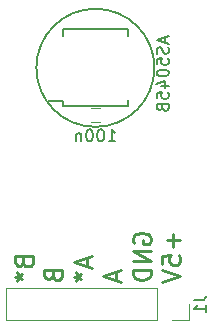
<source format=gbo>
G04 #@! TF.FileFunction,Legend,Bot*
%FSLAX46Y46*%
G04 Gerber Fmt 4.6, Leading zero omitted, Abs format (unit mm)*
G04 Created by KiCad (PCBNEW 4.0.7) date Sat Jun  9 20:24:17 2018*
%MOMM*%
%LPD*%
G01*
G04 APERTURE LIST*
%ADD10C,0.100000*%
%ADD11C,0.250000*%
%ADD12C,0.150000*%
%ADD13C,0.120000*%
G04 APERTURE END LIST*
D10*
D11*
X51392857Y-60464286D02*
X51464286Y-60678572D01*
X51535714Y-60750000D01*
X51678571Y-60821429D01*
X51892857Y-60821429D01*
X52035714Y-60750000D01*
X52107143Y-60678572D01*
X52178571Y-60535714D01*
X52178571Y-59964286D01*
X50678571Y-59964286D01*
X50678571Y-60464286D01*
X50750000Y-60607143D01*
X50821429Y-60678572D01*
X50964286Y-60750000D01*
X51107143Y-60750000D01*
X51250000Y-60678572D01*
X51321429Y-60607143D01*
X51392857Y-60464286D01*
X51392857Y-59964286D01*
X50678571Y-61678572D02*
X51035714Y-61678572D01*
X50892857Y-61321429D02*
X51035714Y-61678572D01*
X50892857Y-62035714D01*
X51321429Y-61464286D02*
X51035714Y-61678572D01*
X51321429Y-61892857D01*
X53892857Y-61607143D02*
X53964286Y-61821429D01*
X54035714Y-61892857D01*
X54178571Y-61964286D01*
X54392857Y-61964286D01*
X54535714Y-61892857D01*
X54607143Y-61821429D01*
X54678571Y-61678571D01*
X54678571Y-61107143D01*
X53178571Y-61107143D01*
X53178571Y-61607143D01*
X53250000Y-61750000D01*
X53321429Y-61821429D01*
X53464286Y-61892857D01*
X53607143Y-61892857D01*
X53750000Y-61821429D01*
X53821429Y-61750000D01*
X53892857Y-61607143D01*
X53892857Y-61107143D01*
X56750000Y-60107143D02*
X56750000Y-60821429D01*
X57178571Y-59964286D02*
X55678571Y-60464286D01*
X57178571Y-60964286D01*
X55678571Y-61678572D02*
X56035714Y-61678572D01*
X55892857Y-61321429D02*
X56035714Y-61678572D01*
X55892857Y-62035714D01*
X56321429Y-61464286D02*
X56035714Y-61678572D01*
X56321429Y-61892857D01*
X59250000Y-61250000D02*
X59250000Y-61964286D01*
X59678571Y-61107143D02*
X58178571Y-61607143D01*
X59678571Y-62107143D01*
X60750000Y-58821428D02*
X60678571Y-58678571D01*
X60678571Y-58464285D01*
X60750000Y-58250000D01*
X60892857Y-58107142D01*
X61035714Y-58035714D01*
X61321429Y-57964285D01*
X61535714Y-57964285D01*
X61821429Y-58035714D01*
X61964286Y-58107142D01*
X62107143Y-58250000D01*
X62178571Y-58464285D01*
X62178571Y-58607142D01*
X62107143Y-58821428D01*
X62035714Y-58892857D01*
X61535714Y-58892857D01*
X61535714Y-58607142D01*
X62178571Y-59535714D02*
X60678571Y-59535714D01*
X62178571Y-60392857D01*
X60678571Y-60392857D01*
X62178571Y-61107143D02*
X60678571Y-61107143D01*
X60678571Y-61464286D01*
X60750000Y-61678571D01*
X60892857Y-61821429D01*
X61035714Y-61892857D01*
X61321429Y-61964286D01*
X61535714Y-61964286D01*
X61821429Y-61892857D01*
X61964286Y-61821429D01*
X62107143Y-61678571D01*
X62178571Y-61464286D01*
X62178571Y-61107143D01*
X64107143Y-58035715D02*
X64107143Y-59178572D01*
X64678571Y-58607143D02*
X63535714Y-58607143D01*
X63178571Y-60607144D02*
X63178571Y-59892858D01*
X63892857Y-59821429D01*
X63821429Y-59892858D01*
X63750000Y-60035715D01*
X63750000Y-60392858D01*
X63821429Y-60535715D01*
X63892857Y-60607144D01*
X64035714Y-60678572D01*
X64392857Y-60678572D01*
X64535714Y-60607144D01*
X64607143Y-60535715D01*
X64678571Y-60392858D01*
X64678571Y-60035715D01*
X64607143Y-59892858D01*
X64535714Y-59821429D01*
X63178571Y-61107143D02*
X64678571Y-61607143D01*
X63178571Y-62107143D01*
D12*
X62500000Y-44000000D02*
G75*
G03X62500000Y-44000000I-5000000J0D01*
G01*
D13*
X57850000Y-47400000D02*
X57150000Y-47400000D01*
X57150000Y-48600000D02*
X57850000Y-48600000D01*
D12*
X54725000Y-47275000D02*
X54725000Y-46800000D01*
X60275000Y-47275000D02*
X60275000Y-46700000D01*
X60275000Y-40725000D02*
X60275000Y-41300000D01*
X54725000Y-40725000D02*
X54725000Y-41300000D01*
X54725000Y-47275000D02*
X60275000Y-47275000D01*
X54725000Y-40725000D02*
X60275000Y-40725000D01*
X54725000Y-46800000D02*
X53450000Y-46800000D01*
D13*
X62730000Y-65390000D02*
X49910000Y-65390000D01*
X49910000Y-65390000D02*
X49910000Y-62610000D01*
X49910000Y-62610000D02*
X62730000Y-62610000D01*
X62730000Y-62610000D02*
X62730000Y-65390000D01*
X64000000Y-65390000D02*
X65390000Y-65390000D01*
X65390000Y-65390000D02*
X65390000Y-64000000D01*
D12*
X58619047Y-50202381D02*
X59190476Y-50202381D01*
X58904762Y-50202381D02*
X58904762Y-49202381D01*
X59000000Y-49345238D01*
X59095238Y-49440476D01*
X59190476Y-49488095D01*
X58000000Y-49202381D02*
X57904761Y-49202381D01*
X57809523Y-49250000D01*
X57761904Y-49297619D01*
X57714285Y-49392857D01*
X57666666Y-49583333D01*
X57666666Y-49821429D01*
X57714285Y-50011905D01*
X57761904Y-50107143D01*
X57809523Y-50154762D01*
X57904761Y-50202381D01*
X58000000Y-50202381D01*
X58095238Y-50154762D01*
X58142857Y-50107143D01*
X58190476Y-50011905D01*
X58238095Y-49821429D01*
X58238095Y-49583333D01*
X58190476Y-49392857D01*
X58142857Y-49297619D01*
X58095238Y-49250000D01*
X58000000Y-49202381D01*
X57047619Y-49202381D02*
X56952380Y-49202381D01*
X56857142Y-49250000D01*
X56809523Y-49297619D01*
X56761904Y-49392857D01*
X56714285Y-49583333D01*
X56714285Y-49821429D01*
X56761904Y-50011905D01*
X56809523Y-50107143D01*
X56857142Y-50154762D01*
X56952380Y-50202381D01*
X57047619Y-50202381D01*
X57142857Y-50154762D01*
X57190476Y-50107143D01*
X57238095Y-50011905D01*
X57285714Y-49821429D01*
X57285714Y-49583333D01*
X57238095Y-49392857D01*
X57190476Y-49297619D01*
X57142857Y-49250000D01*
X57047619Y-49202381D01*
X56285714Y-49535714D02*
X56285714Y-50202381D01*
X56285714Y-49630952D02*
X56238095Y-49583333D01*
X56142857Y-49535714D01*
X55999999Y-49535714D01*
X55904761Y-49583333D01*
X55857142Y-49678571D01*
X55857142Y-50202381D01*
X63416667Y-41380952D02*
X63416667Y-41857143D01*
X63702381Y-41285714D02*
X62702381Y-41619047D01*
X63702381Y-41952381D01*
X63654762Y-42238095D02*
X63702381Y-42380952D01*
X63702381Y-42619048D01*
X63654762Y-42714286D01*
X63607143Y-42761905D01*
X63511905Y-42809524D01*
X63416667Y-42809524D01*
X63321429Y-42761905D01*
X63273810Y-42714286D01*
X63226190Y-42619048D01*
X63178571Y-42428571D01*
X63130952Y-42333333D01*
X63083333Y-42285714D01*
X62988095Y-42238095D01*
X62892857Y-42238095D01*
X62797619Y-42285714D01*
X62750000Y-42333333D01*
X62702381Y-42428571D01*
X62702381Y-42666667D01*
X62750000Y-42809524D01*
X62702381Y-43714286D02*
X62702381Y-43238095D01*
X63178571Y-43190476D01*
X63130952Y-43238095D01*
X63083333Y-43333333D01*
X63083333Y-43571429D01*
X63130952Y-43666667D01*
X63178571Y-43714286D01*
X63273810Y-43761905D01*
X63511905Y-43761905D01*
X63607143Y-43714286D01*
X63654762Y-43666667D01*
X63702381Y-43571429D01*
X63702381Y-43333333D01*
X63654762Y-43238095D01*
X63607143Y-43190476D01*
X62702381Y-44380952D02*
X62702381Y-44476191D01*
X62750000Y-44571429D01*
X62797619Y-44619048D01*
X62892857Y-44666667D01*
X63083333Y-44714286D01*
X63321429Y-44714286D01*
X63511905Y-44666667D01*
X63607143Y-44619048D01*
X63654762Y-44571429D01*
X63702381Y-44476191D01*
X63702381Y-44380952D01*
X63654762Y-44285714D01*
X63607143Y-44238095D01*
X63511905Y-44190476D01*
X63321429Y-44142857D01*
X63083333Y-44142857D01*
X62892857Y-44190476D01*
X62797619Y-44238095D01*
X62750000Y-44285714D01*
X62702381Y-44380952D01*
X63035714Y-45571429D02*
X63702381Y-45571429D01*
X62654762Y-45333333D02*
X63369048Y-45095238D01*
X63369048Y-45714286D01*
X62702381Y-46571429D02*
X62702381Y-46095238D01*
X63178571Y-46047619D01*
X63130952Y-46095238D01*
X63083333Y-46190476D01*
X63083333Y-46428572D01*
X63130952Y-46523810D01*
X63178571Y-46571429D01*
X63273810Y-46619048D01*
X63511905Y-46619048D01*
X63607143Y-46571429D01*
X63654762Y-46523810D01*
X63702381Y-46428572D01*
X63702381Y-46190476D01*
X63654762Y-46095238D01*
X63607143Y-46047619D01*
X63178571Y-47380953D02*
X63226190Y-47523810D01*
X63273810Y-47571429D01*
X63369048Y-47619048D01*
X63511905Y-47619048D01*
X63607143Y-47571429D01*
X63654762Y-47523810D01*
X63702381Y-47428572D01*
X63702381Y-47047619D01*
X62702381Y-47047619D01*
X62702381Y-47380953D01*
X62750000Y-47476191D01*
X62797619Y-47523810D01*
X62892857Y-47571429D01*
X62988095Y-47571429D01*
X63083333Y-47523810D01*
X63130952Y-47476191D01*
X63178571Y-47380953D01*
X63178571Y-47047619D01*
X65842381Y-63666667D02*
X66556667Y-63666667D01*
X66699524Y-63619047D01*
X66794762Y-63523809D01*
X66842381Y-63380952D01*
X66842381Y-63285714D01*
X66842381Y-64666667D02*
X66842381Y-64095238D01*
X66842381Y-64380952D02*
X65842381Y-64380952D01*
X65985238Y-64285714D01*
X66080476Y-64190476D01*
X66128095Y-64095238D01*
M02*

</source>
